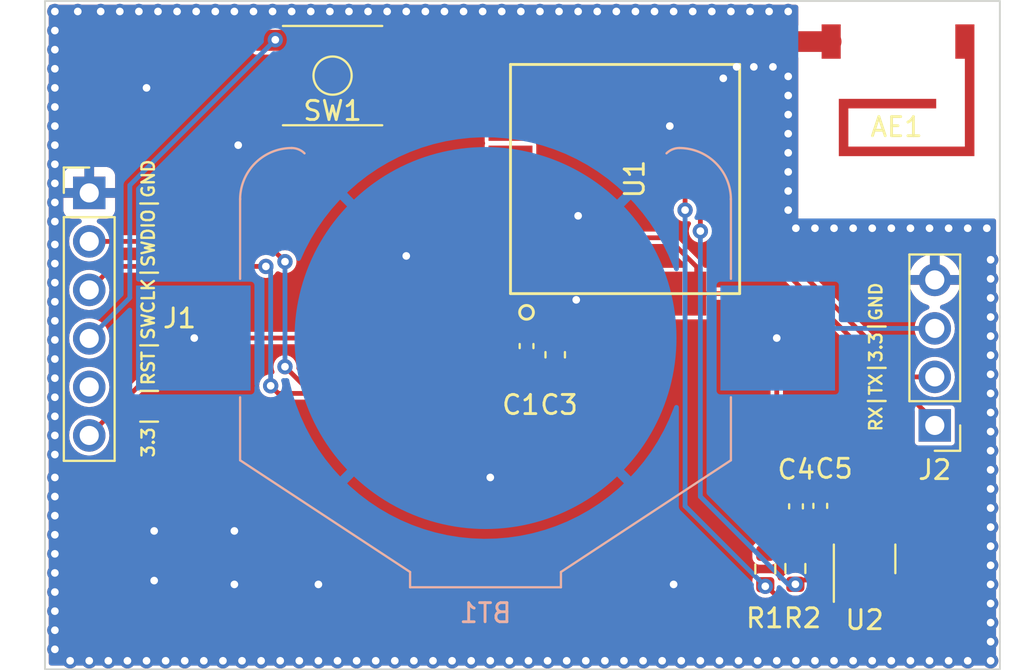
<source format=kicad_pcb>
(kicad_pcb (version 20221018) (generator pcbnew)
  (layers (0 "F.Cu" signal) (31 "B.Cu" signal) (34 "B.Paste" user) (35 "F.Paste" user) (36 "B.SilkS" user "B.Silkscreen") (37 "F.SilkS" user "F.Silkscreen") (38 "B.Mask" user) (39 "F.Mask" user) (44 "Edge.Cuts" user))
  (net 0 "")
  (net 1 "Antenna")
  (net 2 "+3V3")
  (net 3 "GND")
  (net 4 "PA13{slash}SWDIO")
  (net 5 "PA14{slash}SWCLK")
  (net 6 "RST")
  (net 8 "PB6{slash}TX")
  (net 9 "PB7{slash}RX")
  (net 10 "PC0{slash}SCL")
  (net 11 "PC1{slash}SDA")
  (footprint "Connector_PinHeader_2.54mm:PinHeader_1x06_P2.54mm_Vertical" (layer "F.Cu") (at 87.842 87.676)
    (fp_text reference "J1" (at 4.729 6.566) (layer "F.SilkS"))
    (fp_text value "Conn_01x06")
    (fp_line (start -1.33 -1.33) (end 0 -1.33) (stroke (width 0.12)) (layer "F.SilkS"))
    (fp_line (start -1.33 0) (end -1.33 -1.33) (stroke (width 0.12)) (layer "F.SilkS"))
    (fp_line (start -1.33 1.27) (end -1.33 14.03) (stroke (width 0.12)) (layer "F.SilkS"))
    (fp_line (start -1.33 1.27) (end 1.33 1.27) (stroke (width 0.12)) (layer "F.SilkS"))
    (fp_line (start -1.33 14.03) (end 1.33 14.03) (stroke (width 0.12)) (layer "F.SilkS"))
    (fp_line (start 1.33 1.27) (end 1.33 14.03) (stroke (width 0.12)) (layer "F.SilkS"))
    (pad "1" thru_hole rect (at 0 0) (size 1.7 1.7) (drill 1) (layers "*.Cu" "*.Mask") (net 3 "GND"))
    (pad "2" thru_hole oval (at 0 2.54) (size 1.7 1.7) (drill 1) (layers "*.Cu" "*.Mask") (net 4 "PA13{slash}SWDIO"))
    (pad "3" thru_hole oval (at 0 5.08) (size 1.7 1.7) (drill 1) (layers "*.Cu" "*.Mask") (net 5 "PA14{slash}SWCLK"))
    (pad "4" thru_hole oval (at 0 7.62) (size 1.7 1.7) (drill 1) (layers "*.Cu" "*.Mask") (net 6 "RST"))
    (pad "5" thru_hole oval (at 0 10.16) (size 1.7 1.7) (drill 1) (layers "*.Cu" "*.Mask"))
    (pad "6" thru_hole oval (at 0 12.7) (size 1.7 1.7) (drill 1) (layers "*.Cu" "*.Mask") (net 2 "+3V3"))
  )
  (footprint "Resistor_SMD:R_0603_1608Metric" (layer "F.Cu") (at 124.817 107.3435 90)
    (fp_text reference "R2" (at -2.6 0.372 180) (layer "F.SilkS"))
    (fp_text value "4k7")
    (fp_line (start -0.237258 -0.5225) (end 0.237258 -0.5225) (stroke (width 0.12)) (layer "F.SilkS"))
    (fp_line (start -0.237258 0.5225) (end 0.237258 0.5225) (stroke (width 0.12)) (layer "F.SilkS"))
    (pad "1" smd roundrect (at -0.825 0 90) (size 0.8 0.95) (layers "F.Cu" "F.Paste" "F.Mask") (net 11 "PC1{slash}SDA"))
    (pad "2" smd roundrect (at 0.825 0 90) (size 0.8 0.95) (layers "F.Cu" "F.Paste" "F.Mask") (net 2 "+3V3"))
  )
  (footprint "Capacitor_SMD:C_0402_1005Metric" (layer "F.Cu") (at 110.742 95.696 -90)
    (fp_text reference "C1" (at 3.08 0.3 180) (layer "F.SilkS"))
    (fp_text value "100nF")
    (fp_line (start -0.107836 -0.36) (end 0.107836 -0.36) (stroke (width 0.12)) (layer "F.SilkS"))
    (fp_line (start -0.107836 0.36) (end 0.107836 0.36) (stroke (width 0.12)) (layer "F.SilkS"))
    (pad "1" smd roundrect (at -0.48 0 270) (size 0.56 0.62) (layers "F.Cu" "F.Paste" "F.Mask") (net 2 "+3V3"))
    (pad "2" smd roundrect (at 0.48 0 270) (size 0.56 0.62) (layers "F.Cu" "F.Paste" "F.Mask") (net 3 "GND"))
  )
  (footprint "Capacitor_SMD:C_0603_1608Metric" (layer "F.Cu") (at 112.242 96.151 -90)
    (fp_text reference "C3" (at 2.625 -0.2) (layer "F.SilkS"))
    (fp_text value "4.7µF")
    (fp_line (start -0.14058 -0.51) (end 0.14058 -0.51) (stroke (width 0.12)) (layer "F.SilkS"))
    (fp_line (start -0.14058 0.51) (end 0.14058 0.51) (stroke (width 0.12)) (layer "F.SilkS"))
    (pad "1" smd roundrect (at -0.775 0 270) (size 0.9 0.95) (layers "F.Cu" "F.Paste" "F.Mask") (net 2 "+3V3"))
    (pad "2" smd roundrect (at 0.775 0 270) (size 0.9 0.95) (layers "F.Cu" "F.Paste" "F.Mask") (net 3 "GND"))
  )
  (footprint "Sonstige:Johanson 0868AT43A0020" (layer "F.Cu") (at 130.192 79.751)
    (fp_text reference "AE1" (at -0.075 4.475 unlocked) (layer "F.SilkS"))
    (fp_text value "Antenna")
    (pad "" smd custom (at 3.5 0) (size 1 1.8) (layers "F.Cu" "F.Paste" "F.Mask") (options (clearance outline) (anchor rect)) (primitives (gr_poly (pts (xy 0.5 6) (xy 0 6) (xy 0 0.9) (xy 0.5 0.9)) (width 0) (fill yes)) (gr_poly (pts (xy 0 6) (xy -6.6 6) (xy -6.6 5.5) (xy 0 5.5)) (width 0) (fill yes)) (gr_poly (pts (xy -6.1 5.5) (xy -6.6 5.5) (xy -6.6 3) (xy -6.1 3)) (width 0) (fill yes)) (gr_poly (pts (xy -1.5 3.5) (xy -6.6 3.5) (xy -6.6 3) (xy -1.5 3)) (width 0) (fill yes))))
    (pad "1" smd rect (at -3.5 0) (size 1 1.8) (layers "F.Cu" "F.Paste" "F.Mask") (net 1 "Antenna"))
    (zone (net 0) (net_name "") (layers "*.Cu") (name "Antenna") (connect_pads (clearance 0)) (min_thickness 0.254)
      (keepout (tracks not_allowed) (vias not_allowed) (pads not_allowed) (copperpour not_allowed) (footprints not_allowed))
      (fill (thermal_gap 0.508) (thermal_bridge_width 0.508))
      (polygon (pts (xy 135.292 88.758554) (xy 125.092 88.758554) (xy 125.112 81.021) (xy 134.637 81.021) (xy 134.637 78.481) (xy 125.112 78.481) (xy 125.092 77.751) (xy 135.292 77.751)))
    )
  )
  (footprint "Package_LGA:Bosch_LGA-8_3x3mm_P0.8mm_ClockwisePinNumbering" (layer "F.Cu") (at 128.442 107.5885 180)
    (fp_text reference "U2" (at 0 -2.45) (layer "F.SilkS"))
    (fp_text value "BME680")
    (fp_line (start -1.61 0) (end -1.61 1.5) (stroke (width 0.12)) (layer "F.SilkS"))
    (fp_line (start 1.61 -1.5) (end 1.61 1.5) (stroke (width 0.12)) (layer "F.SilkS"))
    (pad "1" smd roundrect (at -1.2 -1.1875 180) (size 0.5 0.525) (layers "F.Cu" "F.Paste" "F.Mask") (net 3 "GND"))
    (pad "2" smd roundrect (at -0.4 -1.1875 180) (size 0.5 0.525) (layers "F.Cu" "F.Paste" "F.Mask") (net 2 "+3V3"))
    (pad "3" smd roundrect (at 0.4 -1.1875 180) (size 0.5 0.525) (layers "F.Cu" "F.Paste" "F.Mask") (net 11 "PC1{slash}SDA"))
    (pad "4" smd roundrect (at 1.2 -1.1875 180) (size 0.5 0.525) (layers "F.Cu" "F.Paste" "F.Mask") (net 10 "PC0{slash}SCL"))
    (pad "5" smd roundrect (at 1.2 1.1875 180) (size 0.5 0.525) (layers "F.Cu" "F.Paste" "F.Mask") (net 3 "GND"))
    (pad "6" smd roundrect (at 0.4 1.1875 180) (size 0.5 0.525) (layers "F.Cu" "F.Paste" "F.Mask") (net 2 "+3V3"))
    (pad "7" smd roundrect (at -0.4 1.1875 180) (size 0.5 0.525) (layers "F.Cu" "F.Paste" "F.Mask") (net 3 "GND"))
    (pad "8" smd roundrect (at -1.2 1.1875 180) (size 0.5 0.525) (layers "F.Cu" "F.Paste" "F.Mask") (net 2 "+3V3"))
  )
  (footprint "LoRa-E5:LoRa-E5" (layer "F.Cu") (at 115.9 86.95 90)
    (fp_text reference "U1" (at 0 0.5 90) (layer "F.SilkS"))
    (fp_text value "LoRa-E5")
    (fp_line (start -6 -6) (end 6 -6) (stroke (width 0.15)) (layer "F.SilkS"))
    (fp_line (start -6 6) (end -6 -6) (stroke (width 0.15)) (layer "F.SilkS"))
    (fp_line (start 6 -6) (end 6 6) (stroke (width 0.15)) (layer "F.SilkS"))
    (fp_line (start 6 6) (end -6 6) (stroke (width 0.15)) (layer "F.SilkS"))
    (fp_circle (center -6.98 -5.16) (end -6.66 -4.99) (stroke (width 0.15)) (fill none) (layer "F.SilkS"))
    (pad "1" smd rect (at -6 -3.75 180) (size 1 2.3) (layers "F.Cu" "F.Paste" "F.Mask") (net 2 "+3V3"))
    (pad "2" smd rect (at -6 -2.5 180) (size 1 2.3) (layers "F.Cu" "F.Paste" "F.Mask") (net 3 "GND"))
    (pad "3" smd rect (at -6 -1.25 180) (size 1 2.3) (layers "F.Cu" "F.Paste" "F.Mask") (net 4 "PA13{slash}SWDIO"))
    (pad "4" smd rect (at -6 0 180) (size 1 2.3) (layers "F.Cu" "F.Paste" "F.Mask") (net 5 "PA14{slash}SWCLK"))
    (pad "5" smd rect (at -6 1.25 180) (size 1 2.3) (layers "F.Cu" "F.Paste" "F.Mask"))
    (pad "6" smd rect (at -6 2.5 180) (size 1 2.3) (layers "F.Cu" "F.Paste" "F.Mask"))
    (pad "7" smd rect (at -6 3.75 180) (size 1 2.3) (layers "F.Cu" "F.Paste" "F.Mask") (net 2 "+3V3"))
    (pad "8" smd rect (at -3.75 6 270) (size 1 2.3) (layers "F.Cu" "F.Paste" "F.Mask"))
    (pad "9" smd rect (at -2.5 6 270) (size 1 2.3) (layers "F.Cu" "F.Paste" "F.Mask") (net 9 "PB7{slash}RX"))
    (pad "10" smd rect (at -1.25 6 270) (size 1 2.3) (layers "F.Cu" "F.Paste" "F.Mask") (net 8 "PB6{slash}TX"))
    (pad "11" smd rect (at 0 6 270) (size 1 2.3) (layers "F.Cu" "F.Paste" "F.Mask"))
    (pad "12" smd rect (at 1.25 6 270) (size 1 2.3) (layers "F.Cu" "F.Paste" "F.Mask") (net 11 "PC1{slash}SDA"))
    (pad "13" smd rect (at 2.5 6 270) (size 1 2.3) (layers "F.Cu" "F.Paste" "F.Mask") (net 10 "PC0{slash}SCL"))
    (pad "14" smd rect (at 3.75 6 270) (size 1 2.3) (layers "F.Cu" "F.Paste" "F.Mask") (net 3 "GND"))
    (pad "15" smd rect (at 6 3.75) (size 1 2.3) (layers "F.Cu" "F.Paste" "F.Mask") (net 1 "Antenna"))
    (pad "16" smd rect (at 6 2.5) (size 1 2.3) (layers "F.Cu" "F.Paste" "F.Mask") (net 3 "GND"))
    (pad "17" smd rect (at 6 1.25) (size 1 2.3) (layers "F.Cu" "F.Paste" "F.Mask") (net 6 "RST"))
    (pad "18" smd rect (at 6 0) (size 1 2.3) (layers "F.Cu" "F.Paste" "F.Mask"))
    (pad "19" smd rect (at 6 -1.25) (size 1 2.3) (layers "F.Cu" "F.Paste" "F.Mask"))
    (pad "20" smd rect (at 6 -2.5) (size 1 2.3) (layers "F.Cu" "F.Paste" "F.Mask"))
    (pad "21" smd rect (at 6 -3.75) (size 1 2.3) (layers "F.Cu" "F.Paste" "F.Mask"))
    (pad "22" smd rect (at 3.75 -6 90) (size 1 2.3) (layers "F.Cu" "F.Paste" "F.Mask") (net 3 "GND"))
    (pad "23" smd rect (at 2.5 -6 90) (size 1 2.3) (layers "F.Cu" "F.Paste" "F.Mask"))
    (pad "24" smd rect (at 1.25 -6 90) (size 1 2.3) (layers "F.Cu" "F.Paste" "F.Mask"))
    (pad "25" smd rect (at 0 -6 90) (size 1 2.3) (layers "F.Cu" "F.Paste" "F.Mask"))
    (pad "26" smd rect (at -1.25 -6 90) (size 1 2.3) (layers "F.Cu" "F.Paste" "F.Mask"))
    (pad "27" smd rect (at -2.5 -6 90) (size 1 2.3) (layers "F.Cu" "F.Paste" "F.Mask"))
    (pad "28" smd rect (at -3.75 -6 90) (size 1 2.3) (layers "F.Cu" "F.Paste" "F.Mask"))
  )
  (footprint "Resistor_SMD:R_0603_1608Metric" (layer "F.Cu") (at 123.242 107.3685 90)
    (fp_text reference "R1" (at -2.575 -0.028 180) (layer "F.SilkS"))
    (fp_text value "4k7")
    (fp_line (start -0.237258 -0.5225) (end 0.237258 -0.5225) (stroke (width 0.12)) (layer "F.SilkS"))
    (fp_line (start -0.237258 0.5225) (end 0.237258 0.5225) (stroke (width 0.12)) (layer "F.SilkS"))
    (pad "1" smd roundrect (at -0.825 0 90) (size 0.8 0.95) (layers "F.Cu" "F.Paste" "F.Mask") (net 10 "PC0{slash}SCL"))
    (pad "2" smd roundrect (at 0.825 0 90) (size 0.8 0.95) (layers "F.Cu" "F.Paste" "F.Mask") (net 2 "+3V3"))
  )
  (footprint "Capacitor_SMD:C_0402_1005Metric" (layer "F.Cu") (at 126.121 104.0635 -90)
    (fp_text reference "C5" (at -1.945 -0.718 180) (layer "F.SilkS"))
    (fp_text value "100nF")
    (fp_line (start -0.107836 -0.36) (end 0.107836 -0.36) (stroke (width 0.12)) (layer "F.SilkS"))
    (fp_line (start -0.107836 0.36) (end 0.107836 0.36) (stroke (width 0.12)) (layer "F.SilkS"))
    (pad "1" smd roundrect (at -0.48 0 270) (size 0.56 0.62) (layers "F.Cu" "F.Paste" "F.Mask") (net 3 "GND"))
    (pad "2" smd roundrect (at 0.48 0 270) (size 0.56 0.62) (layers "F.Cu" "F.Paste" "F.Mask") (net 2 "+3V3"))
  )
  (footprint "Sonstige:Alps 5.2x5.2" (layer "F.Cu") (at 100.584 81.534)
    (fp_text reference "SW1" (at 0 1.842 unlocked) (layer "F.SilkS"))
    (fp_text value "RST")
    (fp_line (start 2.6 -2.6) (end -2.6 -2.6) (stroke (width 0.12)) (layer "F.SilkS"))
    (fp_line (start 2.6 2.6) (end -2.6 2.6) (stroke (width 0.12)) (layer "F.SilkS"))
    (fp_circle (center 0 0) (end 1 0) (stroke (width 0.12)) (fill none) (layer "F.SilkS"))
    (pad "1" smd rect (at -3.1 -1.85) (size 1.8 1.1) (layers "F.Cu" "F.Paste" "F.Mask") (net 6 "RST"))
    (pad "1" smd rect (at 3.1 -1.85) (size 1.8 1.1) (layers "F.Cu" "F.Paste" "F.Mask") (net 6 "RST"))
    (pad "2" smd rect (at -3.1 1.85) (size 1.8 1.1) (layers "F.Cu" "F.Paste" "F.Mask") (net 3 "GND"))
    (pad "2" smd rect (at 3.1 1.85) (size 1.8 1.1) (layers "F.Cu" "F.Paste" "F.Mask") (net 3 "GND"))
  )
  (footprint "Capacitor_SMD:C_0402_1005Metric" (layer "F.Cu") (at 124.851 104.0885 -90)
    (fp_text reference "C4" (at -1.92 -0.013 180) (layer "F.SilkS"))
    (fp_text value "100nF")
    (fp_line (start -0.107836 -0.36) (end 0.107836 -0.36) (stroke (width 0.12)) (layer "F.SilkS"))
    (fp_line (start -0.107836 0.36) (end 0.107836 0.36) (stroke (width 0.12)) (layer "F.SilkS"))
    (pad "1" smd roundrect (at -0.48 0 270) (size 0.56 0.62) (layers "F.Cu" "F.Paste" "F.Mask") (net 3 "GND"))
    (pad "2" smd roundrect (at 0.48 0 270) (size 0.56 0.62) (layers "F.Cu" "F.Paste" "F.Mask") (net 2 "+3V3"))
  )
  (footprint "Connector_PinHeader_2.54mm:PinHeader_1x04_P2.54mm_Vertical" (layer "F.Cu") (at 132.117 99.851 180)
    (fp_text reference "J2" (at 0 -2.33) (layer "F.SilkS"))
    (fp_text value "Conn_01x04")
    (fp_line (start -1.33 -1.33) (end 0 -1.33) (stroke (width 0.12)) (layer "F.SilkS"))
    (fp_line (start -1.33 0) (end -1.33 -1.33) (stroke (width 0.12)) (layer "F.SilkS"))
    (fp_line (start -1.33 1.27) (end -1.33 8.95) (stroke (width 0.12)) (layer "F.SilkS"))
    (fp_line (start -1.33 1.27) (end 1.33 1.27) (stroke (width 0.12)) (layer "F.SilkS"))
    (fp_line (start -1.33 8.95) (end 1.33 8.95) (stroke (width 0.12)) (layer "F.SilkS"))
    (fp_line (start 1.33 1.27) (end 1.33 8.95) (stroke (width 0.12)) (layer "F.SilkS"))
    (pad "1" thru_hole rect (at 0 0 180) (size 1.7 1.7) (drill 1) (layers "*.Cu" "*.Mask") (net 9 "PB7{slash}RX"))
    (pad "2" thru_hole oval (at 0 2.54 180) (size 1.7 1.7) (drill 1) (layers "*.Cu" "*.Mask") (net 8 "PB6{slash}TX"))
    (pad "3" thru_hole oval (at 0 5.08 180) (size 1.7 1.7) (drill 1) (layers "*.Cu" "*.Mask") (net 2 "+3V3"))
    (pad "4" thru_hole oval (at 0 7.62 180) (size 1.7 1.7) (drill 1) (layers "*.Cu" "*.Mask") (net 3 "GND"))
  )
  (footprint "Battery:BatteryHolder_Keystone_3008_1x2450" (layer "B.Cu") (at 108.592 95.276)
    (fp_text reference "BT1" (at 0 14.4 180) (layer "B.SilkS") (effects (justify mirror)))
    (fp_text value "Battery_Cell")
    (fp_line (start -12.85 -3.1) (end -12.85 -7.3) (stroke (width 0.12)) (layer "B.SilkS"))
    (fp_line (start -12.85 6.4) (end -12.85 3.1) (stroke (width 0.12)) (layer "B.SilkS"))
    (fp_line (start -3.95 12.25) (end -12.85 6.4) (stroke (width 0.12)) (layer "B.SilkS"))
    (fp_line (start -3.95 13.05) (end -3.95 12.25) (stroke (width 0.12)) (layer "B.SilkS"))
    (fp_line (start -3.95 13.05) (end 3.95 13.05) (stroke (width 0.12)) (layer "B.SilkS"))
    (fp_line (start 3.95 12.25) (end 12.85 6.4) (stroke (width 0.12)) (layer "B.SilkS"))
    (fp_line (start 3.95 13.05) (end 3.95 12.25) (stroke (width 0.12)) (layer "B.SilkS"))
    (fp_line (start 12.85 -3.1) (end 12.85 -7.3) (stroke (width 0.12)) (layer "B.SilkS"))
    (fp_line (start 12.85 6.4) (end 12.85 3.1) (stroke (width 0.12)) (layer "B.SilkS"))
    (fp_arc (start -12.85 -7.25) (mid -12.059188 -9.159188) (end -10.15 -9.95) (stroke (width 0.12)) (layer "B.SilkS"))
    (fp_arc (start -10.15 -9.95) (mid -9.786451 -9.877685) (end -9.478249 -9.671751) (stroke (width 0.12)) (layer "B.SilkS"))
    (fp_arc (start 9.478249 -9.671751) (mid 9.786451 -9.877685) (end 10.15 -9.95) (stroke (width 0.12)) (layer "B.SilkS"))
    (fp_arc (start 10.15 -9.95) (mid 12.059188 -9.159188) (end 12.85 -7.25) (stroke (width 0.12)) (layer "B.SilkS"))
    (pad "1" smd rect (at -15.3 0) (size 6 5.5) (layers "B.Cu" "B.Paste" "B.Mask") (net 2 "+3V3"))
    (pad "1" smd rect (at 15.3 0) (size 6 5.5) (layers "B.Cu" "B.Paste" "B.Mask") (net 2 "+3V3"))
    (pad "2" smd circle (at 0 0) (size 20 20) (layers "B.Cu" "B.Mask") (net 3 "GND"))
  )
  (gr_rect (start 85.525 77.625) (end 135.525 112.625) (stroke (width 0.1)) (fill none) (layer "Edge.Cuts"))
  (gr_text "3.3|  |RST|SWCLK|SWDIO|GND" (at 90.932 93.726 90) (layer "F.SilkS") (effects (font (size 0.65 0.65) (thickness 0.125))))
  (gr_text "RX|TX|3.3|GND" (at 129.032 96.266 90) (layer "F.SilkS") (effects (font (size 0.65 0.65) (thickness 0.125))))
  (segment (start 120.849 79.751) (end 119.65 80.95) (width 1.08195) (layer "F.Cu") (net 1))
  (segment (start 126.692 79.751) (end 120.849 79.751) (width 1.08195) (layer "F.Cu") (net 1))
  (segment (start 112.15 95.284) (end 112.242 95.376) (width 0.25) (layer "F.Cu") (net 2))
  (segment (start 118.126 90.026) (end 113.674 90.026) (width 0.25) (layer "F.Cu") (net 2))
  (segment (start 123.242 106.5435) (end 124.792 106.5435) (width 0.25) (layer "F.Cu") (net 2))
  (segment (start 126.461283 106.5185) (end 126.930803 106.98802) (width 0.25) (layer "F.Cu") (net 2))
  (segment (start 119.65 92.95) (end 121.516 92.95) (width 0.25) (layer "F.Cu") (net 2))
  (segment (start 119.65 92.95) (end 119.65 91.55) (width 0.25) (layer "F.Cu") (net 2))
  (segment (start 128.842 108.776) (end 128.842 108.677783) (width 0.25) (layer "F.Cu") (net 2))
  (segment (start 93.342 95.276) (end 111.342 95.276) (width 0.25) (layer "F.Cu") (net 2))
  (segment (start 127.152237 106.98802) (end 126.930803 106.98802) (width 0.25) (layer "F.Cu") (net 2))
  (segment (start 129.642 106.499217) (end 129.153197 106.98802) (width 0.25) (layer "F.Cu") (net 2))
  (segment (start 128.842 108.677783) (end 127.152237 106.98802) (width 0.25) (layer "F.Cu") (net 2))
  (segment (start 123.842 103.56643) (end 124.84407 104.5685) (width 0.25) (layer "F.Cu") (net 2))
  (segment (start 127.79348 106.98802) (end 128.042 106.7395) (width 0.25) (layer "F.Cu") (net 2))
  (segment (start 124.84407 104.5685) (end 124.851 104.5685) (width 0.25) (layer "F.Cu") (net 2))
  (segment (start 124.851 104.5685) (end 124.851 104.908217) (width 0.25) (layer "F.Cu") (net 2))
  (segment (start 121.516 92.95) (end 123.842 95.276) (width 0.25) (layer "F.Cu") (net 2))
  (segment (start 113.674 90.026) (end 112.15 91.55) (width 0.25) (layer "F.Cu") (net 2))
  (segment (start 129.153197 106.98802) (end 126.930803 106.98802) (width 0.25) (layer "F.Cu") (net 2))
  (segment (start 129.642 106.401) (end 129.642 106.499217) (width 0.25) (layer "F.Cu") (net 2))
  (segment (start 126.930803 106.98802) (end 127.79348 106.98802) (width 0.25) (layer "F.Cu") (net 2))
  (segment (start 124.817 106.5185) (end 126.461283 106.5185) (width 0.25) (layer "F.Cu") (net 2))
  (segment (start 126.121 104.5435) (end 126.121 106.178217) (width 0.25) (layer "F.Cu") (net 2))
  (segment (start 87.842 100.376) (end 92.942 95.276) (width 0.25) (layer "F.Cu") (net 2))
  (segment (start 123.842 95.276) (end 123.842 103.56643) (width 0.25) (layer "F.Cu") (net 2))
  (segment (start 92.942 95.276) (end 93.342 95.276) (width 0.25) (layer "F.Cu") (net 2))
  (segment (start 124.792 106.5435) (end 124.817 106.5185) (width 0.25) (layer "F.Cu") (net 2))
  (segment (start 124.851 104.908217) (end 126.461283 106.5185) (width 0.25) (layer "F.Cu") (net 2))
  (segment (start 119.65 91.55) (end 118.126 90.026) (width 0.25) (layer "F.Cu") (net 2))
  (segment (start 126.121 106.178217) (end 126.930803 106.98802) (width 0.25) (layer "F.Cu") (net 2))
  (segment (start 111.342 95.276) (end 112.15 94.468) (width 0.25) (layer "F.Cu") (net 2))
  (segment (start 112.15 94.468) (end 112.15 95.284) (width 0.25) (layer "F.Cu") (net 2))
  (segment (start 112.15 94.468) (end 112.15 92.95) (width 0.25) (layer "F.Cu") (net 2))
  (segment (start 128.042 106.7395) (end 128.042 106.401) (width 0.25) (layer "F.Cu") (net 2))
  (segment (start 112.15 91.55) (end 112.15 92.95) (width 0.25) (layer "F.Cu") (net 2))
  (via (at 123.842 95.276) (size 0.8) (drill 0.4) (layers "F.Cu" "B.Cu") (net 2))
  (via (at 93.342 95.276) (size 0.8) (drill 0.4) (layers "F.Cu" "B.Cu") (net 2))
  (segment (start 123.842 95.276) (end 124.347 94.771) (width 0.25) (layer "B.Cu") (net 2))
  (segment (start 93.292 95.276) (end 93.342 95.276) (width 0.25) (layer "B.Cu") (net 2))
  (segment (start 124.347 94.771) (end 132.117 94.771) (width 0.25) (layer "B.Cu") (net 2))
  (via (at 124.842 112.176) (size 0.8) (drill 0.4) (layers "F.Cu" "B.Cu") (net 3))
  (via (at 87.842 112.176) (size 0.8) (drill 0.4) (layers "F.Cu" "B.Cu") (net 3))
  (via (at 135.042 102.176) (size 0.8) (drill 0.4) (layers "F.Cu" "B.Cu") (net 3))
  (via (at 86.042 109.576) (size 0.8) (drill 0.4) (layers "F.Cu" "B.Cu") (net 3))
  (via (at 118.842 112.176) (size 0.8) (drill 0.4) (layers "F.Cu" "B.Cu") (net 3))
  (via (at 133.842 89.526) (size 0.8) (drill 0.4) (layers "F.Cu" "B.Cu") (net 3))
  (via (at 135.042 109.176) (size 0.8) (drill 0.4) (layers "F.Cu" "B.Cu") (net 3))
  (via (at 116.842 112.176) (size 0.8) (drill 0.4) (layers "F.Cu" "B.Cu") (net 3))
  (via (at 135.042 94.176) (size 0.8) (drill 0.4) (layers "F.Cu" "B.Cu") (net 3))
  (via (at 91.442 78.176) (size 0.8) (drill 0.4) (layers "F.Cu" "B.Cu") (net 3))
  (via (at 122.842 112.176) (size 0.8) (drill 0.4) (layers "F.Cu" "B.Cu") (net 3))
  (via (at 86.042 110.576) (size 0.8) (drill 0.4) (layers "F.Cu" "B.Cu") (net 3))
  (via (at 117.842 112.176) (size 0.8) (drill 0.4) (layers "F.Cu" "B.Cu") (net 3))
  (via (at 98.442 78.176) (size 0.8) (drill 0.4) (layers "F.Cu" "B.Cu") (net 3))
  (via (at 112.842 112.176) (size 0.8) (drill 0.4) (layers "F.Cu" "B.Cu") (net 3))
  (via (at 113.342 93.276) (size 0.8) (drill 0.4) (layers "F.Cu" "B.Cu") (net 3))
  (via (at 130.842 89.526) (size 0.8) (drill 0.4) (layers "F.Cu" "B.Cu") (net 3))
  (via (at 86.042 93.376) (size 0.8) (drill 0.4) (layers "F.Cu" "B.Cu") (net 3))
  (via (at 99.842 108.176) (size 0.8) (drill 0.4) (layers "F.Cu" "B.Cu") (net 3))
  (via (at 135.042 104.176) (size 0.8) (drill 0.4) (layers "F.Cu" "B.Cu") (net 3))
  (via (at 93.442 78.176) (size 0.8) (drill 0.4) (layers "F.Cu" "B.Cu") (net 3))
  (via (at 129.842 112.176) (size 0.8) (drill 0.4) (layers "F.Cu" "B.Cu") (net 3))
  (via (at 135.042 99.176) (size 0.8) (drill 0.4) (layers "F.Cu" "B.Cu") (net 3))
  (via (at 128.842 89.526) (size 0.8) (drill 0.4) (layers "F.Cu" "B.Cu") (net 3))
  (via (at 111.442 78.176) (size 0.8) (drill 0.4) (layers "F.Cu" "B.Cu") (net 3))
  (via (at 86.042 105.576) (size 0.8) (drill 0.4) (layers "F.Cu" "B.Cu") (net 3))
  (via (at 122.642 81.076) (size 0.8) (drill 0.4) (layers "F.Cu" "B.Cu") (net 3))
  (via (at 135.042 103.176) (size 0.8) (drill 0.4) (layers "F.Cu" "B.Cu") (net 3))
  (via (at 124.442 85.576) (size 0.8) (drill 0.4) (layers "F.Cu" "B.Cu") (net 3))
  (via (at 133.842 112.176) (size 0.8) (drill 0.4) (layers "F.Cu" "B.Cu") (net 3))
  (via (at 86.042 107.576) (size 0.8) (drill 0.4) (layers "F.Cu" "B.Cu") (net 3))
  (via (at 86.042 79.176) (size 0.8) (drill 0.4) (layers "F.Cu" "B.Cu") (net 3))
  (via (at 114.842 112.176) (size 0.8) (drill 0.4) (layers "F.Cu" "B.Cu") (net 3))
  (via (at 121.842 112.176) (size 0.8) (drill 0.4) (layers "F.Cu" "B.Cu") (net 3))
  (via (at 93.842 112.176) (size 0.8) (drill 0.4) (layers "F.Cu" "B.Cu") (net 3))
  (via (at 135.042 110.176) (size 0.8) (drill 0.4) (layers "F.Cu" "B.Cu") (net 3))
  (via (at 86.042 86.176) (size 0.8) (drill 0.4) (layers "F.Cu" "B.Cu") (net 3))
  (via (at 105.442 78.176) (size 0.8) (drill 0.4) (layers "F.Cu" "B.Cu") (net 3))
  (via (at 117.442 78.176) (size 0.8) (drill 0.4) (layers "F.Cu" "B.Cu") (net 3))
  (via (at 90.842 82.176) (size 0.8) (drill 0.4) (layers "F.Cu" "B.Cu") (net 3))
  (via (at 92.442 78.176) (size 0.8) (drill 0.4) (layers "F.Cu" "B.Cu") (net 3))
  (via (at 96.842 112.176) (size 0.8) (drill 0.4) (layers "F.Cu" "B.Cu") (net 3))
  (via (at 122.442 78.176) (size 0.8) (drill 0.4) (layers "F.Cu" "B.Cu") (net 3))
  (via (at 86.042 98.376) (size 0.8) (drill 0.4) (layers "F.Cu" "B.Cu") (net 3))
  (via (at 124.842 89.526) (size 0.8) (drill 0.4) (layers "F.Cu" "B.Cu") (net 3))
  (via (at 135.042 92.176) (size 0.8) (drill 0.4) (layers "F.Cu" "B.Cu") (net 3))
  (via (at 86.042 91.376) (size 0.8) (drill 0.4) (layers "F.Cu" "B.Cu") (net 3))
  (via (at 124.442 78.176) (size 0.8) (drill 0.4) (layers "F.Cu" "B.Cu") (net 3))
  (via (at 113.842 112.176) (size 0.8) (drill 0.4) (layers "F.Cu" "B.Cu") (net 3))
  (via (at 124.442 86.576) (size 0.8) (drill 0.4) (layers "F.Cu" "B.Cu") (net 3))
  (via (at 135.042 91.176) (size 0.8) (drill 0.4) (layers "F.Cu" "B.Cu") (net 3))
  (via (at 125.842 112.176) (size 0.8) (drill 0.4) (layers "F.Cu" "B.Cu") (net 3))
  (via (at 135.042 96.176) (size 0.8) (drill 0.4) (layers "F.Cu" "B.Cu") (net 3))
  (via (at 89.842 112.176) (size 0.8) (drill 0.4) (layers "F.Cu" "B.Cu") (net 3))
  (via (at 106.842 112.176) (size 0.8) (drill 0.4) (layers "F.Cu" "B.Cu") (net 3))
  (via (at 95.842 112.176) (size 0.8) (drill 0.4) (layers "F.Cu" "B.Cu") (net 3))
  (via (at 89.442 78.176) (size 0.8) (drill 0.4) (layers "F.Cu" "B.Cu") (net 3))
  (via (at 86.042 100.376) (size 0.8) (drill 0.4) (layers "F.Cu" "B.Cu") (net 3))
  (via (at 113.442 78.176) (size 0.8) (drill 0.4) (layers "F.Cu" "B.Cu") (net 3))
  (via (at 112.442 78.176) (size 0.8) (drill 0.4) (layers "F.Cu" "B.Cu") (net 3))
  (via (at 135.042 100.176) (size 0.8) (drill 0.4) (layers "F.Cu" "B.Cu") (net 3))
  (via (at 135.042 112.176) (size 0.8) (drill 0.4) (layers "F.Cu" "B.Cu") (net 3))
  (via (at 86.042 99.376) (size 0.8) (drill 0.4) (layers "F.Cu" "B.Cu") (net 3))
  (via (at 135.042 108.176) (size 0.8) (drill 0.4) (layers "F.Cu" "B.Cu") (net 3))
  (via (at 86.042 108.576) (size 0.8) (drill 0.4) (layers "F.Cu" "B.Cu") (net 3))
  (via (at 135.042 97.176) (size 0.8) (drill 0.4) (layers "F.Cu" "B.Cu") (net 3))
  (via (at 131.842 112.176) (size 0.8) (drill 0.4) (layers "F.Cu" "B.Cu") (net 3))
  (via (at 103.842 112.176) (size 0.8) (drill 0.4) (layers "F.Cu" "B.Cu") (net 3))
  (via (at 91.242 107.976) (size 0.8) (drill 0.4) (layers "F.Cu" "B.Cu") (net 3))
  (via (at 124.442 87.576) (size 0.8) (drill 0.4) (layers "F.Cu" "B.Cu") (net 3))
  (via (at 124.442 88.576) (size 0.8) (drill 0.4) (layers "F.Cu" "B.Cu") (net 3))
  (via (at 86.042 97.376) (size 0.8) (drill 0.4) (layers "F.Cu" "B.Cu") (net 3))
  (via (at 132.842 112.176) (size 0.8) (drill 0.4) (layers "F.Cu" "B.Cu") (net 3))
  (via (at 91.842 112.176) (size 0.8) (drill 0.4) (layers "F.Cu" "B.Cu") (net 3))
  (via (at 135.042 101.176) (size 0.8) (drill 0.4) (layers "F.Cu" "B.Cu") (net 3))
  (via (at 123.842 112.176) (size 0.8) (drill 0.4) (layers "F.Cu" "B.Cu") (net 3))
  (via (at 104.842 112.176) (size 0.8) (drill 0.4) (layers "F.Cu" "B.Cu") (net 3))
  (via (at 102.842 112.176) (size 0.8) (drill 0.4) (layers "F.Cu" "B.Cu") (net 3))
  (via (at 114.442 78.176) (size 0.8) (drill 0.4) (layers "F.Cu" "B.Cu") (net 3))
  (via (at 115.842 112.176) (size 0.8) (drill 0.4) (layers "F.Cu" "B.Cu") (net 3))
  (via (at 86.042 80.176) (size 0.8) (drill 0.4) (layers "F.Cu" "B.Cu") (net 3))
  (via (at 86.042 106.576) (size 0.8) (drill 0.4) (layers "F.Cu" "B.Cu") (net 3))
  (via (at 118.442 78.176) (size 0.8) (drill 0.4) (layers "F.Cu" "B.Cu") (net 3))
  (via (at 86.042 92.376) (size 0.8) (drill 0.4) (layers "F.Cu" "B.Cu") (net 3))
  (via (at 109.442 78.176) (size 0.8) (drill 0.4) (layers "F.Cu" "B.Cu") (net 3))
  (via (at 113.442 88.876) (size 0.8) (drill 0.4) (layers "F.Cu" "B.Cu") (net 3))
  (via (at 104.442 90.976) (size 0.8) (drill 0.4) (layers "F.Cu" "B.Cu") (net 3))
  (via (at 123.642 81.076) (size 0.8) (drill 0.4) (layers "F.Cu" "B.Cu") (net 3))
  (via (at 103.442 78.176) (size 0.8) (drill 0.4) (layers "F.Cu" "B.Cu") (net 3))
  (via (at 126.842 89.526) (size 0.8) (drill 0.4) (layers "F.Cu" "B.Cu") (net 3))
  (via (at 86.042 78.176) (size 0.8) (drill 0.4) (layers "F.Cu" "B.Cu") (net 3))
  (via (at 131.842 89.526) (size 0.8) (drill 0.4) (layers "F.Cu" "B.Cu") (net 3))
  (via (at 123.442 78.176) (size 0.8) (drill 0.4) (layers "F.Cu" "B.Cu") (net 3))
  (via (at 98.842 112.176) (size 0.8) (drill 0.4) (layers "F.Cu" "B.Cu") (net 3))
  (via (at 115.442 78.176) (size 0.8) (drill 0.4) (layers "F.Cu" "B.Cu") (net 3))
  (via (at 104.442 78.176) (size 0.8) (drill 0.4) (layers "F.Cu" "B.Cu") (net 3))
  (via (at 86.042 95.376) (size 0.8) (drill 0.4) (layers "F.Cu" "B.Cu") (net 3))
  (via (at 127.842 112.176) (size 0.8) (drill 0.4) (layers "F.Cu" "B.Cu") (net 3))
  (via (at 86.042 104.576) (size 0.8) (drill 0.4) (layers "F.Cu" "B.Cu") (net 3))
  (via (at 86.042 88.176) (size 0.8) (drill 0.4) (layers "F.Cu" "B.Cu") (net 3))
  (via (at 97.842 112.176) (size 0.8) (drill 0.4) (layers "F.Cu" "B.Cu") (net 3))
  (via (at 88.842 112.176) (size 0.8) (drill 0.4) (layers "F.Cu" "B.Cu") (net 3))
  (via (at 110.842 112.176) (size 0.8) (drill 0.4) (layers "F.Cu" "B.Cu") (net 3))
  (via (at 95.442 108.176) (size 0.8) (drill 0.4) (layers "F.Cu" "B.Cu") (net 3))
  (via (at 108.842 112.176) (size 0.8) (drill 0.4) (layers "F.Cu" "B.Cu") (net 3))
  (via (at 128.842 112.176) (size 0.8) (drill 0.4) (layers "F.Cu" "B.Cu") (net 3))
  (via (at 97.442 78.176) (size 0.8) (drill 0.4) (layers "F.Cu" "B.Cu") (net 3))
  (via (at 101.842 112.176) (size 0.8) (drill 0.4) (layers "F.Cu" "B.Cu") (net 3))
  (via (at 86.042 90.376) (size 0.8) (drill 0.4) (layers "F.Cu" "B.Cu") (net 3))
  (via (at 100.842 112.176) (size 0.8) (drill 0.4) (layers "F.Cu" "B.Cu") (net 3))
  (via (at 129.842 89.526) (size 0.8) (drill 0.4) (layers "F.Cu" "B.Cu") (net 3))
  (via (at 124.442 84.576) (size 0.8) (drill 0.4) (layers "F.Cu" "B.Cu") (net 3))
  (via (at 94.842 112.176) (size 0.8) (drill 0.4) (layers "F.Cu" "B.Cu") (net 3))
  (via (at 94.442 78.176) (size 0.8) (drill 0.4) (layers "F.Cu" "B.Cu") (net 3))
  (via (at 111.842 112.176) (size 0.8) (drill 0.4) (layers "F.Cu" "B.Cu") (net 3))
  (via (at 130.842 112.176) (size 0.8) (drill 0.4) (layers "F.Cu" "B.Cu") (net 3))
  (via (at 86.042 82.176) (size 0.8) (drill 0.4) (layers "F.Cu" "B.Cu") (net 3))
  (via (at 87.242 78.176) (size 0.8) (drill 0.4) (layers "F.Cu" "B.Cu") (net 3))
  (via (at 121.742 81.076) (size 0.8) (drill 0.4) (layers "F.Cu" "B.Cu") (net 3))
  (via (at 101.442 78.176) (size 0.8) (drill 0.4) (layers "F.Cu" "B.Cu") (net 3))
  (via (at 108.442 78.176) (size 0.8) (drill 0.4) (layers "F.Cu" "B.Cu") (net 3))
  (via (at 86.042 87.176) (size 0.8) (drill 0.4) (layers "F.Cu" "B.Cu") (net 3))
  (via (at 95.442 105.376) (size 0.8) (drill 0.4) (layers "F.Cu" "B.Cu") (net 3))
  (via (at 119.442 78.176) (size 0.8) (drill 0.4) (layers "F.Cu" "B.Cu") (net 3))
  (via (at 135.042 98.176) (size 0.8) (drill 0.4) (layers "F.Cu" "B.Cu") (net 3))
  (via (at 127.842 89.526) (size 0.8) (drill 0.4) (layers "F.Cu" "B.Cu") (net 3))
  (via (at 99.442 78.176) (size 0.8) (drill 0.4) (layers "F.Cu" "B.Cu") (net 3))
  (via (at 100.442 78.176) (size 0.8) (drill 0.4) (layers "F.Cu" "B.Cu") (net 3))
  (via (at 91.242 105.376) (size 0.8) (drill 0.4) (layers "F.Cu" "B.Cu") (net 3))
  (via (at 90.842 112.176) (size 0.8) (drill 0.4) (layers "F.Cu" "B.Cu") (net 3))
  (via (at 86.042 84.176) (size 0.8) (drill 0.4) (layers "F.Cu" "B.Cu") (net 3))
  (via (at 135.042 95.176) (size 0.8) (drill 0.4) (layers "F.Cu" "B.Cu") (net 3))
  (via (at 86.042 96.376) (size 0.8) (drill 0.4) (layers "F.Cu" "B.Cu") (net 3))
  (via (at 88.442 78.176) (size 0.8) (drill 0.4) (layers "F.Cu" "B.Cu") (net 3))
  (via (at 126.842 112.176) (size 0.8) (drill 0.4) (layers "F.Cu" "B.Cu") (net 3))
  (via (at 86.042 111.576) (size 0.8) (drill 0.4) (layers "F.Cu" "B.Cu") (net 3))
  (via (at 118.442 108.176) (size 0.8) (drill 0.4) (layers "F.Cu" "B.Cu") (net 3))
  (via (at 86.042 81.176) (size 0.8) (drill 0.4) (layers "F.Cu" "B.Cu") (net 3))
  (via (at 95.442 78.176) (size 0.8) (drill 0.4) (layers "F.Cu" "B.Cu") (net 3))
  (via (at 119.842 112.176) (size 0.8) (drill 0.4) (layers "F.Cu" "B.Cu") (net 3))
  (via (at 109.842 112.176) (size 0.8) (drill 0.4) (layers "F.Cu" "B.Cu") (net 3))
  (via (at 110.442 78.176) (size 0.8) (drill 0.4) (layers "F.Cu" "B.Cu") (net 3))
  (via (at 124.442 81.576) (size 0.8) (drill 0.4) (layers "F.Cu" "B.Cu") (net 3))
  (via (at 86.842 112.176) (size 0.8) (drill 0.4) (layers "F.Cu" "B.Cu") (net 3))
  (via (at 124.442 82.576) (size 0.8) (drill 0.4) (layers "F.Cu" "B.Cu") (net 3))
  (via (at 120.842 112.176) (size 0.8) (drill 0.4) (layers "F.Cu" "B.Cu") (net 3))
  (via (at 96.442 78.176) (size 0.8) (drill 0.4) (layers "F.Cu" "B.Cu") (net 3))
  (via (at 92.842 112.176) (size 0.8) (drill 0.4) (layers "F.Cu" "B.Cu") (net 3))
  (via (at 86.042 102.576) (size 0.8) (drill 0.4) (layers "F.Cu" "B.Cu") (net 3))
  (via (at 86.042 89.176) (size 0.8) (drill 0.4) (layers "F.Cu" "B.Cu") (net 3))
  (via (at 135.042 106.176) (size 0.8) (drill 0.4) (layers "F.Cu" "B.Cu") (net 3))
  (via (at 86.042 101.376) (size 0.8) (drill 0.4) (layers "F.Cu" "B.Cu") (net 3))
  (via (at 107.442 78.176) (size 0.8) (drill 0.4) (layers "F.Cu" "B.Cu") (net 3))
  (via (at 107.842 112.176) (size 0.8) (drill 0.4) (layers "F.Cu" "B.Cu") (net 3))
  (via (at 86.042 103.576) (size 0.8) (drill 0.4) (layers "F.Cu" "B.Cu") (net 3))
  (via (at 121.442 78.176) (size 0.8) (drill 0.4) (layers "F.Cu" "B.Cu") (net 3))
  (via (at 105.842 112.176) (size 0.8) (drill 0.4) (layers "F.Cu" "B.Cu") (net 3))
  (via (at 106.442 78.176) (size 0.8) (drill 0.4) (layers "F.Cu" "B.Cu") (net 3))
  (via (at 108.842 102.576) (size 0.8) (drill 0.4) (layers "F.Cu" "B.Cu") (net 3))
  (via (at 132.842 89.526) (size 0.8) (drill 0.4) (layers "F.Cu" "B.Cu") (net 3))
  (via (at 120.442 78.176) (size 0.8) (drill 0.4) (layers "F.Cu" "B.Cu") (net 3))
  (via (at 99.842 112.176) (size 0.8) (drill 0.4) (layers "F.Cu" "B.Cu") (net 3))
  (via (at 135.042 111.176) (size 0.8) (drill 0.4) (layers "F.Cu" "B.Cu") (net 3))
  (via (at 135.042 107.176) (size 0.8) (drill 0.4) (layers "F.Cu" "B.Cu") (net 3))
  (via (at 95.642 85.176) (size 0.8) (drill 0.4) (layers "F.Cu" "B.Cu") (net 3))
  (via (at 90.442 78.176) (size 0.8) (drill 0.4) (layers "F.Cu" "B.Cu") (net 3))
  (via (at 121.042 81.676) (size 0.8) (drill 0.4) (layers "F.Cu" "B.Cu") (net 3))
  (via (at 134.842 89.526) (size 0.8) (drill 0.4) (layers "F.Cu" "B.Cu") (net 3))
  (via (at 135.042 105.176) (size 0.8) (drill 0.4) (layers "F.Cu" "B.Cu") (net 3))
  (via (at 86.042 85.176) (size 0.8) (drill 0.4) (layers "F.Cu" "B.Cu") (net 3))
  (via (at 124.442 83.576) (size 0.8) (drill 0.4) (layers "F.Cu" "B.Cu") (net 3))
  (via (at 116.442 78.176) (size 0.8) (drill 0.4) (layers "F.Cu" "B.Cu") (net 3))
  (via (at 102.442 78.176) (size 0.8) (drill 0.4) (layers "F.Cu" "B.Cu") (net 3))
  (via (at 135.042 93.176) (size 0.8) (drill 0.4) (layers "F.Cu" "B.Cu") (net 3))
  (via (at 86.042 83.176) (size 0.8) (drill 0.4) (layers "F.Cu" "B.Cu") (net 3))
  (via (at 125.842 89.526) (size 0.8) (drill 0.4) (layers "F.Cu" "B.Cu") (net 3))
  (via (at 86.042 94.376) (size 0.8) (drill 0.4) (layers "F.Cu" "B.Cu") (net 3))
  (via (at 118.242 84.176) (size 0.8) (drill 0.4) (layers "F.Cu" "B.Cu") (net 3))
  (segment (start 114.65 96.168) (end 113.09152 97.72648) (width 0.25) (layer "F.Cu") (net 4))
  (segment (start 99.04248 97.72648) (end 98.092 96.776) (width 0.25) (layer "F.Cu") (net 4))
  (segment (start 114.65 92.95) (end 114.65 96.168) (width 0.25) (layer "F.Cu") (net 4))
  (segment (start 98.092 91.276) (end 97.032 90.216) (width 0.25) (layer "F.Cu") (net 4))
  (segment (start 97.032 90.216) (end 87.842 90.216) (width 0.25) (layer "F.Cu") (net 4))
  (segment (start 113.09152 97.72648) (end 99.04248 97.72648) (width 0.25) (layer "F.Cu") (net 4))
  (via (at 98.092 91.276) (size 0.8) (drill 0.4) (layers "F.Cu" "B.Cu") (net 4))
  (via (at 98.092 96.776) (size 0.8) (drill 0.4) (layers "F.Cu" "B.Cu") (net 4))
  (segment (start 98.092 96.776) (end 98.092 91.276) (width 0.25) (layer "B.Cu") (net 4))
  (segment (start 89.072 91.526) (end 87.842 92.756) (width 0.25) (layer "F.Cu") (net 5))
  (segment (start 115.9 92.95) (end 115.9 96.518) (width 0.25) (layer "F.Cu") (net 5))
  (segment (start 114.242 98.176) (end 97.742 98.176) (width 0.25) (layer "F.Cu") (net 5))
  (segment (start 97.092 91.526) (end 89.072 91.526) (width 0.25) (layer "F.Cu") (net 5))
  (segment (start 115.9 96.518) (end 114.242 98.176) (width 0.25) (layer "F.Cu") (net 5))
  (segment (start 97.742 98.176) (end 97.342 97.776) (width 0.25) (layer "F.Cu") (net 5))
  (via (at 97.092 91.526) (size 0.8) (drill 0.4) (layers "F.Cu" "B.Cu") (net 5))
  (via (at 97.342 97.776) (size 0.8) (drill 0.4) (layers "F.Cu" "B.Cu") (net 5))
  (segment (start 97.342 91.776) (end 97.092 91.526) (width 0.25) (layer "B.Cu") (net 5))
  (segment (start 97.342 97.776) (end 97.342 91.776) (width 0.25) (layer "B.Cu") (net 5))
  (segment (start 103.584 79.659) (end 108.559978 79.659) (width 0.25) (layer "F.Cu") (net 6))
  (segment (start 116.724511 82.424511) (end 117.15 81.999022) (width 0.25) (layer "F.Cu") (net 6))
  (segment (start 97.584 79.659) (end 103.584 79.659) (width 0.25) (layer "F.Cu") (net 6))
  (segment (start 117.15 81.999022) (end 117.15 80.95) (width 0.25) (layer "F.Cu") (net 6))
  (segment (start 111.325489 82.424511) (end 116.724511 82.424511) (width 0.25) (layer "F.Cu") (net 6))
  (segment (start 108.559978 79.659) (end 111.325489 82.424511) (width 0.25) (layer "F.Cu") (net 6))
  (via (at 97.584 79.659) (size 0.8) (drill 0.4) (layers "F.Cu" "B.Cu") (net 6))
  (segment (start 97.584 79.659) (end 89.967489 87.275511) (width 0.25) (layer "B.Cu") (net 6))
  (segment (start 89.967489 93.170511) (end 87.842 95.296) (width 0.25) (layer "B.Cu") (net 6))
  (segment (start 89.967489 87.275511) (end 89.967489 93.170511) (width 0.25) (layer "B.Cu") (net 6))
  (segment (start 123.824031 89.075009) (end 122.949022 88.2) (width 0.25) (layer "F.Cu") (net 8))
  (segment (start 122.949022 88.2) (end 121.9 88.2) (width 0.25) (layer "F.Cu") (net 8))
  (segment (start 132.117 97.311) (end 130.577 97.311) (width 0.25) (layer "F.Cu") (net 8))
  (segment (start 123.824031 90.558031) (end 123.824031 89.075009) (width 0.25) (layer "F.Cu") (net 8))
  (segment (start 130.577 97.311) (end 123.824031 90.558031) (width 0.25) (layer "F.Cu") (net 8))
  (segment (start 121.9 89.45) (end 122.949022 89.45) (width 0.25) (layer "F.Cu") (net 9))
  (segment (start 123.374511 89.875489) (end 123.374511 90.908511) (width 0.25) (layer "F.Cu") (net 9))
  (segment (start 123.374511 90.908511) (end 132.117 99.651) (width 0.25) (layer "F.Cu") (net 9))
  (segment (start 132.117 99.651) (end 132.117 99.851) (width 0.25) (layer "F.Cu") (net 9))
  (segment (start 122.949022 89.45) (end 123.374511 89.875489) (width 0.25) (layer "F.Cu") (net 9))
  (segment (start 119.042 85.908) (end 119.042 88.576) (width 0.25) (layer "F.Cu") (net 10))
  (segment (start 123.242 108.1935) (end 123.94152 108.89302) (width 0.25) (layer "F.Cu") (net 10))
  (segment (start 120.5 84.45) (end 119.042 85.908) (width 0.25) (layer "F.Cu") (net 10))
  (segment (start 127.12498 108.89302) (end 127.242 108.776) (width 0.25) (layer "F.Cu") (net 10))
  (segment (start 121.9 84.45) (end 120.5 84.45) (width 0.25) (layer "F.Cu") (net 10))
  (segment (start 123.94152 108.89302) (end 127.12498 108.89302) (width 0.25) (layer "F.Cu") (net 10))
  (via (at 119.042 88.576) (size 0.8) (drill 0.4) (layers "F.Cu" "B.Cu") (net 10))
  (via (at 123.242 108.276) (size 0.8) (drill 0.4) (layers "F.Cu" "B.Cu") (net 10))
  (segment (start 119.042 88.576) (end 119.042 104.076) (width 0.25) (layer "B.Cu") (net 10))
  (segment (start 119.042 104.076) (end 123.242 108.276) (width 0.25) (layer "B.Cu") (net 10))
  (segment (start 120.5 85.7) (end 119.842 86.358) (width 0.25) (layer "F.Cu") (net 11))
  (segment (start 119.842 86.358) (end 119.842 89.676) (width 0.25) (layer "F.Cu") (net 11))
  (segment (start 128.042 108.776) (end 128.042 108.677783) (width 0.25) (layer "F.Cu") (net 11))
  (segment (start 127.307717 107.9435) (end 125.042 107.9435) (width 0.25) (layer "F.Cu") (net 11))
  (segment (start 121.9 85.7) (end 120.5 85.7) (width 0.25) (layer "F.Cu") (net 11))
  (segment (start 128.042 108.677783) (end 127.307717 107.9435) (width 0.25) (layer "F.Cu") (net 11))
  (via (at 124.817 108.1685) (size 0.8) (drill 0.4) (layers "F.Cu" "B.Cu") (net 11))
  (via (at 119.842 89.676) (size 0.8) (drill 0.4) (layers "F.Cu" "B.Cu") (net 11))
  (segment (start 119.842 103.576) (end 124.4345 108.1685) (width 0.25) (layer "B.Cu") (net 11))
  (segment (start 119.842 89.676) (end 119.842 103.576) (width 0.25) (layer "B.Cu") (net 11))
  (segment (start 124.4345 108.1685) (end 124.817 108.1685) (width 0.25) (layer "B.Cu") (net 11))
  (zone (net 3) (net_name "GND") (layers "F&B.Cu") (connect_pads (clearance 0.2)) (min_thickness 0.254) (fill yes (thermal_gap 0.508) (thermal_bridge_width 0.508))
    (polygon (pts (xy 124.968 89.017) (xy 135.373 89.017) (xy 135.373 112.614) (xy 85.598 112.614) (xy 85.598 77.724) (xy 124.968 77.724)))
  )
)
</source>
